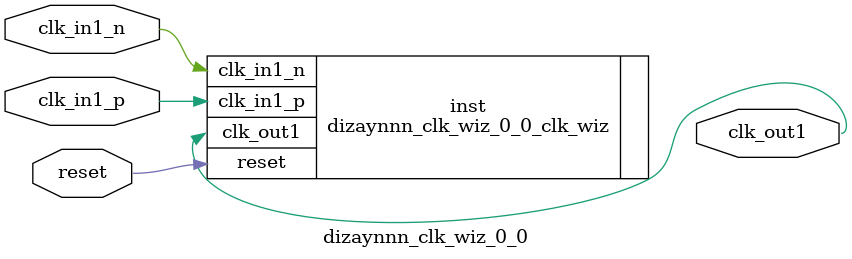
<source format=v>


`timescale 1ps/1ps

(* CORE_GENERATION_INFO = "dizaynnn_clk_wiz_0_0,clk_wiz_v5_3_3_0,{component_name=dizaynnn_clk_wiz_0_0,use_phase_alignment=true,use_min_o_jitter=false,use_max_i_jitter=false,use_dyn_phase_shift=false,use_inclk_switchover=false,use_dyn_reconfig=false,enable_axi=0,feedback_source=FDBK_AUTO,PRIMITIVE=MMCM,num_out_clk=1,clkin1_period=5.0,clkin2_period=10.0,use_power_down=false,use_reset=true,use_locked=false,use_inclk_stopped=false,feedback_type=SINGLE,CLOCK_MGR_TYPE=NA,manual_override=false}" *)

module dizaynnn_clk_wiz_0_0 
 (
  // Clock out ports
  output        clk_out1,
  // Status and control signals
  input         reset,
 // Clock in ports
  input         clk_in1_p,
  input         clk_in1_n
 );

  dizaynnn_clk_wiz_0_0_clk_wiz inst
  (
  // Clock out ports  
  .clk_out1(clk_out1),
  // Status and control signals               
  .reset(reset), 
 // Clock in ports
  .clk_in1_p(clk_in1_p),
  .clk_in1_n(clk_in1_n)
  );

endmodule

</source>
